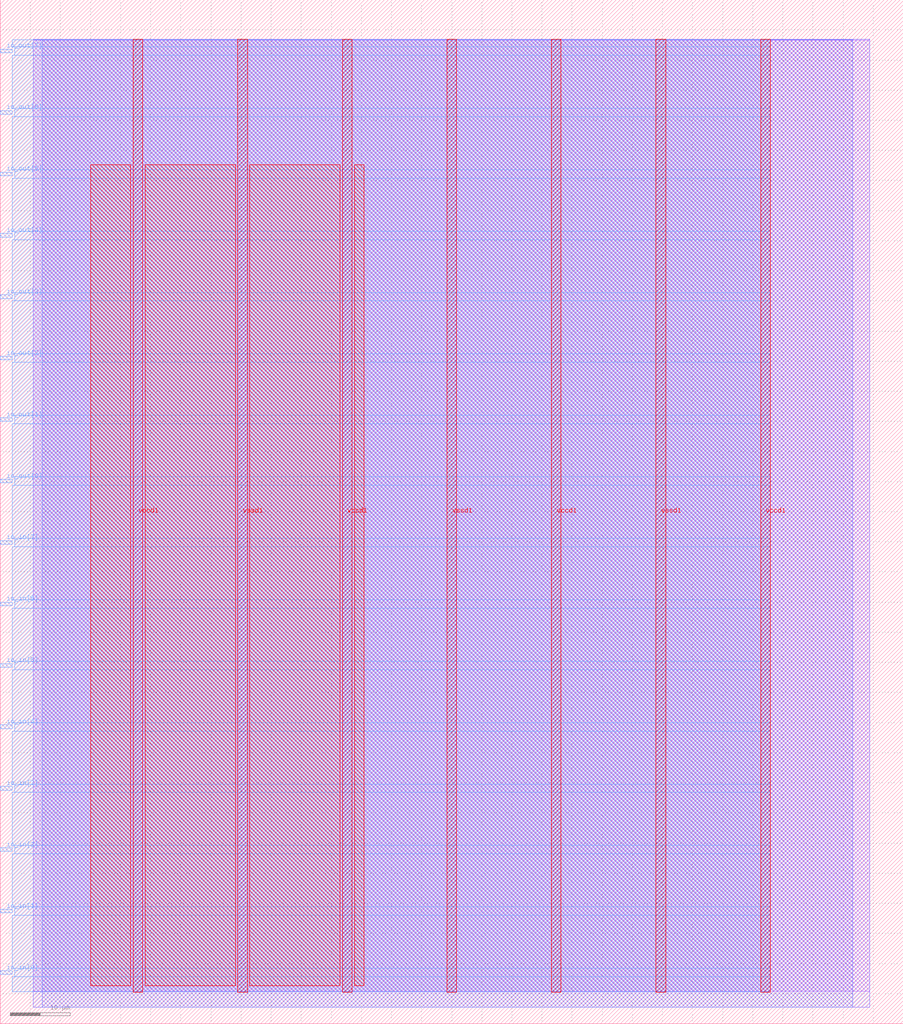
<source format=lef>
VERSION 5.7 ;
  NOWIREEXTENSIONATPIN ON ;
  DIVIDERCHAR "/" ;
  BUSBITCHARS "[]" ;
MACRO gregdavill_clock_top
  CLASS BLOCK ;
  FOREIGN gregdavill_clock_top ;
  ORIGIN 0.000 0.000 ;
  SIZE 150.000 BY 170.000 ;
  PIN io_in[0]
    DIRECTION INPUT ;
    USE SIGNAL ;
    PORT
      LAYER met3 ;
        RECT 0.000 8.200 2.000 8.800 ;
    END
  END io_in[0]
  PIN io_in[1]
    DIRECTION INPUT ;
    USE SIGNAL ;
    PORT
      LAYER met3 ;
        RECT 0.000 18.400 2.000 19.000 ;
    END
  END io_in[1]
  PIN io_in[2]
    DIRECTION INPUT ;
    USE SIGNAL ;
    PORT
      LAYER met3 ;
        RECT 0.000 28.600 2.000 29.200 ;
    END
  END io_in[2]
  PIN io_in[3]
    DIRECTION INPUT ;
    USE SIGNAL ;
    PORT
      LAYER met3 ;
        RECT 0.000 38.800 2.000 39.400 ;
    END
  END io_in[3]
  PIN io_in[4]
    DIRECTION INPUT ;
    USE SIGNAL ;
    PORT
      LAYER met3 ;
        RECT 0.000 49.000 2.000 49.600 ;
    END
  END io_in[4]
  PIN io_in[5]
    DIRECTION INPUT ;
    USE SIGNAL ;
    PORT
      LAYER met3 ;
        RECT 0.000 59.200 2.000 59.800 ;
    END
  END io_in[5]
  PIN io_in[6]
    DIRECTION INPUT ;
    USE SIGNAL ;
    PORT
      LAYER met3 ;
        RECT 0.000 69.400 2.000 70.000 ;
    END
  END io_in[6]
  PIN io_in[7]
    DIRECTION INPUT ;
    USE SIGNAL ;
    PORT
      LAYER met3 ;
        RECT 0.000 79.600 2.000 80.200 ;
    END
  END io_in[7]
  PIN io_out[0]
    DIRECTION OUTPUT TRISTATE ;
    USE SIGNAL ;
    PORT
      LAYER met3 ;
        RECT 0.000 89.800 2.000 90.400 ;
    END
  END io_out[0]
  PIN io_out[1]
    DIRECTION OUTPUT TRISTATE ;
    USE SIGNAL ;
    PORT
      LAYER met3 ;
        RECT 0.000 100.000 2.000 100.600 ;
    END
  END io_out[1]
  PIN io_out[2]
    DIRECTION OUTPUT TRISTATE ;
    USE SIGNAL ;
    PORT
      LAYER met3 ;
        RECT 0.000 110.200 2.000 110.800 ;
    END
  END io_out[2]
  PIN io_out[3]
    DIRECTION OUTPUT TRISTATE ;
    USE SIGNAL ;
    PORT
      LAYER met3 ;
        RECT 0.000 120.400 2.000 121.000 ;
    END
  END io_out[3]
  PIN io_out[4]
    DIRECTION OUTPUT TRISTATE ;
    USE SIGNAL ;
    PORT
      LAYER met3 ;
        RECT 0.000 130.600 2.000 131.200 ;
    END
  END io_out[4]
  PIN io_out[5]
    DIRECTION OUTPUT TRISTATE ;
    USE SIGNAL ;
    PORT
      LAYER met3 ;
        RECT 0.000 140.800 2.000 141.400 ;
    END
  END io_out[5]
  PIN io_out[6]
    DIRECTION OUTPUT TRISTATE ;
    USE SIGNAL ;
    PORT
      LAYER met3 ;
        RECT 0.000 151.000 2.000 151.600 ;
    END
  END io_out[6]
  PIN io_out[7]
    DIRECTION OUTPUT TRISTATE ;
    USE SIGNAL ;
    PORT
      LAYER met3 ;
        RECT 0.000 161.200 2.000 161.800 ;
    END
  END io_out[7]
  PIN vccd1
    DIRECTION INOUT ;
    USE POWER ;
    PORT
      LAYER met4 ;
        RECT 22.090 5.200 23.690 163.440 ;
    END
    PORT
      LAYER met4 ;
        RECT 56.830 5.200 58.430 163.440 ;
    END
    PORT
      LAYER met4 ;
        RECT 91.570 5.200 93.170 163.440 ;
    END
    PORT
      LAYER met4 ;
        RECT 126.310 5.200 127.910 163.440 ;
    END
  END vccd1
  PIN vssd1
    DIRECTION INOUT ;
    USE GROUND ;
    PORT
      LAYER met4 ;
        RECT 39.460 5.200 41.060 163.440 ;
    END
    PORT
      LAYER met4 ;
        RECT 74.200 5.200 75.800 163.440 ;
    END
    PORT
      LAYER met4 ;
        RECT 108.940 5.200 110.540 163.440 ;
    END
  END vssd1
  OBS
      LAYER li1 ;
        RECT 5.520 5.355 144.440 163.285 ;
      LAYER met1 ;
        RECT 5.520 2.760 144.440 163.440 ;
      LAYER met2 ;
        RECT 7.000 2.730 141.580 163.385 ;
      LAYER met3 ;
        RECT 2.000 162.200 127.900 163.365 ;
        RECT 2.400 160.800 127.900 162.200 ;
        RECT 2.000 152.000 127.900 160.800 ;
        RECT 2.400 150.600 127.900 152.000 ;
        RECT 2.000 141.800 127.900 150.600 ;
        RECT 2.400 140.400 127.900 141.800 ;
        RECT 2.000 131.600 127.900 140.400 ;
        RECT 2.400 130.200 127.900 131.600 ;
        RECT 2.000 121.400 127.900 130.200 ;
        RECT 2.400 120.000 127.900 121.400 ;
        RECT 2.000 111.200 127.900 120.000 ;
        RECT 2.400 109.800 127.900 111.200 ;
        RECT 2.000 101.000 127.900 109.800 ;
        RECT 2.400 99.600 127.900 101.000 ;
        RECT 2.000 90.800 127.900 99.600 ;
        RECT 2.400 89.400 127.900 90.800 ;
        RECT 2.000 80.600 127.900 89.400 ;
        RECT 2.400 79.200 127.900 80.600 ;
        RECT 2.000 70.400 127.900 79.200 ;
        RECT 2.400 69.000 127.900 70.400 ;
        RECT 2.000 60.200 127.900 69.000 ;
        RECT 2.400 58.800 127.900 60.200 ;
        RECT 2.000 50.000 127.900 58.800 ;
        RECT 2.400 48.600 127.900 50.000 ;
        RECT 2.000 39.800 127.900 48.600 ;
        RECT 2.400 38.400 127.900 39.800 ;
        RECT 2.000 29.600 127.900 38.400 ;
        RECT 2.400 28.200 127.900 29.600 ;
        RECT 2.000 19.400 127.900 28.200 ;
        RECT 2.400 18.000 127.900 19.400 ;
        RECT 2.000 9.200 127.900 18.000 ;
        RECT 2.400 7.800 127.900 9.200 ;
        RECT 2.000 5.275 127.900 7.800 ;
      LAYER met4 ;
        RECT 15.015 6.295 21.690 142.625 ;
        RECT 24.090 6.295 39.060 142.625 ;
        RECT 41.460 6.295 56.430 142.625 ;
        RECT 58.830 6.295 60.425 142.625 ;
  END
END gregdavill_clock_top
END LIBRARY


</source>
